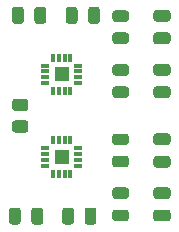
<source format=gbr>
%TF.GenerationSoftware,KiCad,Pcbnew,(5.1.10)-1*%
%TF.CreationDate,2021-10-14T08:55:52-04:00*%
%TF.ProjectId,TP_Final,54505f46-696e-4616-9c2e-6b696361645f,rev?*%
%TF.SameCoordinates,Original*%
%TF.FileFunction,Paste,Top*%
%TF.FilePolarity,Positive*%
%FSLAX46Y46*%
G04 Gerber Fmt 4.6, Leading zero omitted, Abs format (unit mm)*
G04 Created by KiCad (PCBNEW (5.1.10)-1) date 2021-10-14 08:55:52*
%MOMM*%
%LPD*%
G01*
G04 APERTURE LIST*
%ADD10R,0.800000X0.300000*%
%ADD11R,0.300000X0.800000*%
%ADD12R,1.230000X1.230000*%
G04 APERTURE END LIST*
D10*
%TO.C,U1*%
X116575000Y-98000000D03*
X116575000Y-98500000D03*
X116575000Y-99000000D03*
X116575000Y-99500000D03*
X119425000Y-99500000D03*
X119425000Y-99000000D03*
X119425000Y-98500000D03*
X119425000Y-98000000D03*
D11*
X117250000Y-100175000D03*
X117750000Y-100175000D03*
X118250000Y-100175000D03*
X118750000Y-100175000D03*
X118750000Y-97325000D03*
X118250000Y-97325000D03*
X117750000Y-97325000D03*
X117250000Y-97325000D03*
D12*
X118000000Y-98750000D03*
%TD*%
%TO.C,U2*%
X118000000Y-105750000D03*
D11*
X117250000Y-104325000D03*
X117750000Y-104325000D03*
X118250000Y-104325000D03*
X118750000Y-104325000D03*
X118750000Y-107175000D03*
X118250000Y-107175000D03*
X117750000Y-107175000D03*
X117250000Y-107175000D03*
D10*
X119425000Y-105000000D03*
X119425000Y-105500000D03*
X119425000Y-106000000D03*
X119425000Y-106500000D03*
X116575000Y-106500000D03*
X116575000Y-106000000D03*
X116575000Y-105500000D03*
X116575000Y-105000000D03*
%TD*%
%TO.C,C1*%
G36*
G01*
X115700000Y-94225000D02*
X115700000Y-93275000D01*
G75*
G02*
X115950000Y-93025000I250000J0D01*
G01*
X116450000Y-93025000D01*
G75*
G02*
X116700000Y-93275000I0J-250000D01*
G01*
X116700000Y-94225000D01*
G75*
G02*
X116450000Y-94475000I-250000J0D01*
G01*
X115950000Y-94475000D01*
G75*
G02*
X115700000Y-94225000I0J250000D01*
G01*
G37*
G36*
G01*
X113800000Y-94225000D02*
X113800000Y-93275000D01*
G75*
G02*
X114050000Y-93025000I250000J0D01*
G01*
X114550000Y-93025000D01*
G75*
G02*
X114800000Y-93275000I0J-250000D01*
G01*
X114800000Y-94225000D01*
G75*
G02*
X114550000Y-94475000I-250000J0D01*
G01*
X114050000Y-94475000D01*
G75*
G02*
X113800000Y-94225000I0J250000D01*
G01*
G37*
%TD*%
%TO.C,C2*%
G36*
G01*
X118350000Y-94225000D02*
X118350000Y-93275000D01*
G75*
G02*
X118600000Y-93025000I250000J0D01*
G01*
X119100000Y-93025000D01*
G75*
G02*
X119350000Y-93275000I0J-250000D01*
G01*
X119350000Y-94225000D01*
G75*
G02*
X119100000Y-94475000I-250000J0D01*
G01*
X118600000Y-94475000D01*
G75*
G02*
X118350000Y-94225000I0J250000D01*
G01*
G37*
G36*
G01*
X120250000Y-94225000D02*
X120250000Y-93275000D01*
G75*
G02*
X120500000Y-93025000I250000J0D01*
G01*
X121000000Y-93025000D01*
G75*
G02*
X121250000Y-93275000I0J-250000D01*
G01*
X121250000Y-94225000D01*
G75*
G02*
X121000000Y-94475000I-250000J0D01*
G01*
X120500000Y-94475000D01*
G75*
G02*
X120250000Y-94225000I0J250000D01*
G01*
G37*
%TD*%
%TO.C,C3*%
G36*
G01*
X113550000Y-111225000D02*
X113550000Y-110275000D01*
G75*
G02*
X113800000Y-110025000I250000J0D01*
G01*
X114300000Y-110025000D01*
G75*
G02*
X114550000Y-110275000I0J-250000D01*
G01*
X114550000Y-111225000D01*
G75*
G02*
X114300000Y-111475000I-250000J0D01*
G01*
X113800000Y-111475000D01*
G75*
G02*
X113550000Y-111225000I0J250000D01*
G01*
G37*
G36*
G01*
X115450000Y-111225000D02*
X115450000Y-110275000D01*
G75*
G02*
X115700000Y-110025000I250000J0D01*
G01*
X116200000Y-110025000D01*
G75*
G02*
X116450000Y-110275000I0J-250000D01*
G01*
X116450000Y-111225000D01*
G75*
G02*
X116200000Y-111475000I-250000J0D01*
G01*
X115700000Y-111475000D01*
G75*
G02*
X115450000Y-111225000I0J250000D01*
G01*
G37*
%TD*%
%TO.C,C4*%
G36*
G01*
X118050000Y-111225000D02*
X118050000Y-110275000D01*
G75*
G02*
X118300000Y-110025000I250000J0D01*
G01*
X118800000Y-110025000D01*
G75*
G02*
X119050000Y-110275000I0J-250000D01*
G01*
X119050000Y-111225000D01*
G75*
G02*
X118800000Y-111475000I-250000J0D01*
G01*
X118300000Y-111475000D01*
G75*
G02*
X118050000Y-111225000I0J250000D01*
G01*
G37*
G36*
G01*
X119950000Y-111225000D02*
X119950000Y-110275000D01*
G75*
G02*
X120200000Y-110025000I250000J0D01*
G01*
X120700000Y-110025000D01*
G75*
G02*
X120950000Y-110275000I0J-250000D01*
G01*
X120950000Y-111225000D01*
G75*
G02*
X120700000Y-111475000I-250000J0D01*
G01*
X120200000Y-111475000D01*
G75*
G02*
X119950000Y-111225000I0J250000D01*
G01*
G37*
%TD*%
%TO.C,C5*%
G36*
G01*
X126025000Y-95200000D02*
X126975000Y-95200000D01*
G75*
G02*
X127225000Y-95450000I0J-250000D01*
G01*
X127225000Y-95950000D01*
G75*
G02*
X126975000Y-96200000I-250000J0D01*
G01*
X126025000Y-96200000D01*
G75*
G02*
X125775000Y-95950000I0J250000D01*
G01*
X125775000Y-95450000D01*
G75*
G02*
X126025000Y-95200000I250000J0D01*
G01*
G37*
G36*
G01*
X126025000Y-93300000D02*
X126975000Y-93300000D01*
G75*
G02*
X127225000Y-93550000I0J-250000D01*
G01*
X127225000Y-94050000D01*
G75*
G02*
X126975000Y-94300000I-250000J0D01*
G01*
X126025000Y-94300000D01*
G75*
G02*
X125775000Y-94050000I0J250000D01*
G01*
X125775000Y-93550000D01*
G75*
G02*
X126025000Y-93300000I250000J0D01*
G01*
G37*
%TD*%
%TO.C,C6*%
G36*
G01*
X126025000Y-99750000D02*
X126975000Y-99750000D01*
G75*
G02*
X127225000Y-100000000I0J-250000D01*
G01*
X127225000Y-100500000D01*
G75*
G02*
X126975000Y-100750000I-250000J0D01*
G01*
X126025000Y-100750000D01*
G75*
G02*
X125775000Y-100500000I0J250000D01*
G01*
X125775000Y-100000000D01*
G75*
G02*
X126025000Y-99750000I250000J0D01*
G01*
G37*
G36*
G01*
X126025000Y-97850000D02*
X126975000Y-97850000D01*
G75*
G02*
X127225000Y-98100000I0J-250000D01*
G01*
X127225000Y-98600000D01*
G75*
G02*
X126975000Y-98850000I-250000J0D01*
G01*
X126025000Y-98850000D01*
G75*
G02*
X125775000Y-98600000I0J250000D01*
G01*
X125775000Y-98100000D01*
G75*
G02*
X126025000Y-97850000I250000J0D01*
G01*
G37*
%TD*%
%TO.C,C7*%
G36*
G01*
X126025000Y-103750000D02*
X126975000Y-103750000D01*
G75*
G02*
X127225000Y-104000000I0J-250000D01*
G01*
X127225000Y-104500000D01*
G75*
G02*
X126975000Y-104750000I-250000J0D01*
G01*
X126025000Y-104750000D01*
G75*
G02*
X125775000Y-104500000I0J250000D01*
G01*
X125775000Y-104000000D01*
G75*
G02*
X126025000Y-103750000I250000J0D01*
G01*
G37*
G36*
G01*
X126025000Y-105650000D02*
X126975000Y-105650000D01*
G75*
G02*
X127225000Y-105900000I0J-250000D01*
G01*
X127225000Y-106400000D01*
G75*
G02*
X126975000Y-106650000I-250000J0D01*
G01*
X126025000Y-106650000D01*
G75*
G02*
X125775000Y-106400000I0J250000D01*
G01*
X125775000Y-105900000D01*
G75*
G02*
X126025000Y-105650000I250000J0D01*
G01*
G37*
%TD*%
%TO.C,C8*%
G36*
G01*
X126025000Y-110200000D02*
X126975000Y-110200000D01*
G75*
G02*
X127225000Y-110450000I0J-250000D01*
G01*
X127225000Y-110950000D01*
G75*
G02*
X126975000Y-111200000I-250000J0D01*
G01*
X126025000Y-111200000D01*
G75*
G02*
X125775000Y-110950000I0J250000D01*
G01*
X125775000Y-110450000D01*
G75*
G02*
X126025000Y-110200000I250000J0D01*
G01*
G37*
G36*
G01*
X126025000Y-108300000D02*
X126975000Y-108300000D01*
G75*
G02*
X127225000Y-108550000I0J-250000D01*
G01*
X127225000Y-109050000D01*
G75*
G02*
X126975000Y-109300000I-250000J0D01*
G01*
X126025000Y-109300000D01*
G75*
G02*
X125775000Y-109050000I0J250000D01*
G01*
X125775000Y-108550000D01*
G75*
G02*
X126025000Y-108300000I250000J0D01*
G01*
G37*
%TD*%
%TO.C,FB1*%
G36*
G01*
X122543750Y-93325000D02*
X123456250Y-93325000D01*
G75*
G02*
X123700000Y-93568750I0J-243750D01*
G01*
X123700000Y-94056250D01*
G75*
G02*
X123456250Y-94300000I-243750J0D01*
G01*
X122543750Y-94300000D01*
G75*
G02*
X122300000Y-94056250I0J243750D01*
G01*
X122300000Y-93568750D01*
G75*
G02*
X122543750Y-93325000I243750J0D01*
G01*
G37*
G36*
G01*
X122543750Y-95200000D02*
X123456250Y-95200000D01*
G75*
G02*
X123700000Y-95443750I0J-243750D01*
G01*
X123700000Y-95931250D01*
G75*
G02*
X123456250Y-96175000I-243750J0D01*
G01*
X122543750Y-96175000D01*
G75*
G02*
X122300000Y-95931250I0J243750D01*
G01*
X122300000Y-95443750D01*
G75*
G02*
X122543750Y-95200000I243750J0D01*
G01*
G37*
%TD*%
%TO.C,FB2*%
G36*
G01*
X122543750Y-97887500D02*
X123456250Y-97887500D01*
G75*
G02*
X123700000Y-98131250I0J-243750D01*
G01*
X123700000Y-98618750D01*
G75*
G02*
X123456250Y-98862500I-243750J0D01*
G01*
X122543750Y-98862500D01*
G75*
G02*
X122300000Y-98618750I0J243750D01*
G01*
X122300000Y-98131250D01*
G75*
G02*
X122543750Y-97887500I243750J0D01*
G01*
G37*
G36*
G01*
X122543750Y-99762500D02*
X123456250Y-99762500D01*
G75*
G02*
X123700000Y-100006250I0J-243750D01*
G01*
X123700000Y-100493750D01*
G75*
G02*
X123456250Y-100737500I-243750J0D01*
G01*
X122543750Y-100737500D01*
G75*
G02*
X122300000Y-100493750I0J243750D01*
G01*
X122300000Y-100006250D01*
G75*
G02*
X122543750Y-99762500I243750J0D01*
G01*
G37*
%TD*%
%TO.C,FB3*%
G36*
G01*
X122543750Y-105637500D02*
X123456250Y-105637500D01*
G75*
G02*
X123700000Y-105881250I0J-243750D01*
G01*
X123700000Y-106368750D01*
G75*
G02*
X123456250Y-106612500I-243750J0D01*
G01*
X122543750Y-106612500D01*
G75*
G02*
X122300000Y-106368750I0J243750D01*
G01*
X122300000Y-105881250D01*
G75*
G02*
X122543750Y-105637500I243750J0D01*
G01*
G37*
G36*
G01*
X122543750Y-103762500D02*
X123456250Y-103762500D01*
G75*
G02*
X123700000Y-104006250I0J-243750D01*
G01*
X123700000Y-104493750D01*
G75*
G02*
X123456250Y-104737500I-243750J0D01*
G01*
X122543750Y-104737500D01*
G75*
G02*
X122300000Y-104493750I0J243750D01*
G01*
X122300000Y-104006250D01*
G75*
G02*
X122543750Y-103762500I243750J0D01*
G01*
G37*
%TD*%
%TO.C,FB4*%
G36*
G01*
X122543750Y-110200000D02*
X123456250Y-110200000D01*
G75*
G02*
X123700000Y-110443750I0J-243750D01*
G01*
X123700000Y-110931250D01*
G75*
G02*
X123456250Y-111175000I-243750J0D01*
G01*
X122543750Y-111175000D01*
G75*
G02*
X122300000Y-110931250I0J243750D01*
G01*
X122300000Y-110443750D01*
G75*
G02*
X122543750Y-110200000I243750J0D01*
G01*
G37*
G36*
G01*
X122543750Y-108325000D02*
X123456250Y-108325000D01*
G75*
G02*
X123700000Y-108568750I0J-243750D01*
G01*
X123700000Y-109056250D01*
G75*
G02*
X123456250Y-109300000I-243750J0D01*
G01*
X122543750Y-109300000D01*
G75*
G02*
X122300000Y-109056250I0J243750D01*
G01*
X122300000Y-108568750D01*
G75*
G02*
X122543750Y-108325000I243750J0D01*
G01*
G37*
%TD*%
%TO.C,R1*%
G36*
G01*
X114950001Y-103675000D02*
X114049999Y-103675000D01*
G75*
G02*
X113800000Y-103425001I0J249999D01*
G01*
X113800000Y-102899999D01*
G75*
G02*
X114049999Y-102650000I249999J0D01*
G01*
X114950001Y-102650000D01*
G75*
G02*
X115200000Y-102899999I0J-249999D01*
G01*
X115200000Y-103425001D01*
G75*
G02*
X114950001Y-103675000I-249999J0D01*
G01*
G37*
G36*
G01*
X114950001Y-101850000D02*
X114049999Y-101850000D01*
G75*
G02*
X113800000Y-101600001I0J249999D01*
G01*
X113800000Y-101074999D01*
G75*
G02*
X114049999Y-100825000I249999J0D01*
G01*
X114950001Y-100825000D01*
G75*
G02*
X115200000Y-101074999I0J-249999D01*
G01*
X115200000Y-101600001D01*
G75*
G02*
X114950001Y-101850000I-249999J0D01*
G01*
G37*
%TD*%
M02*

</source>
